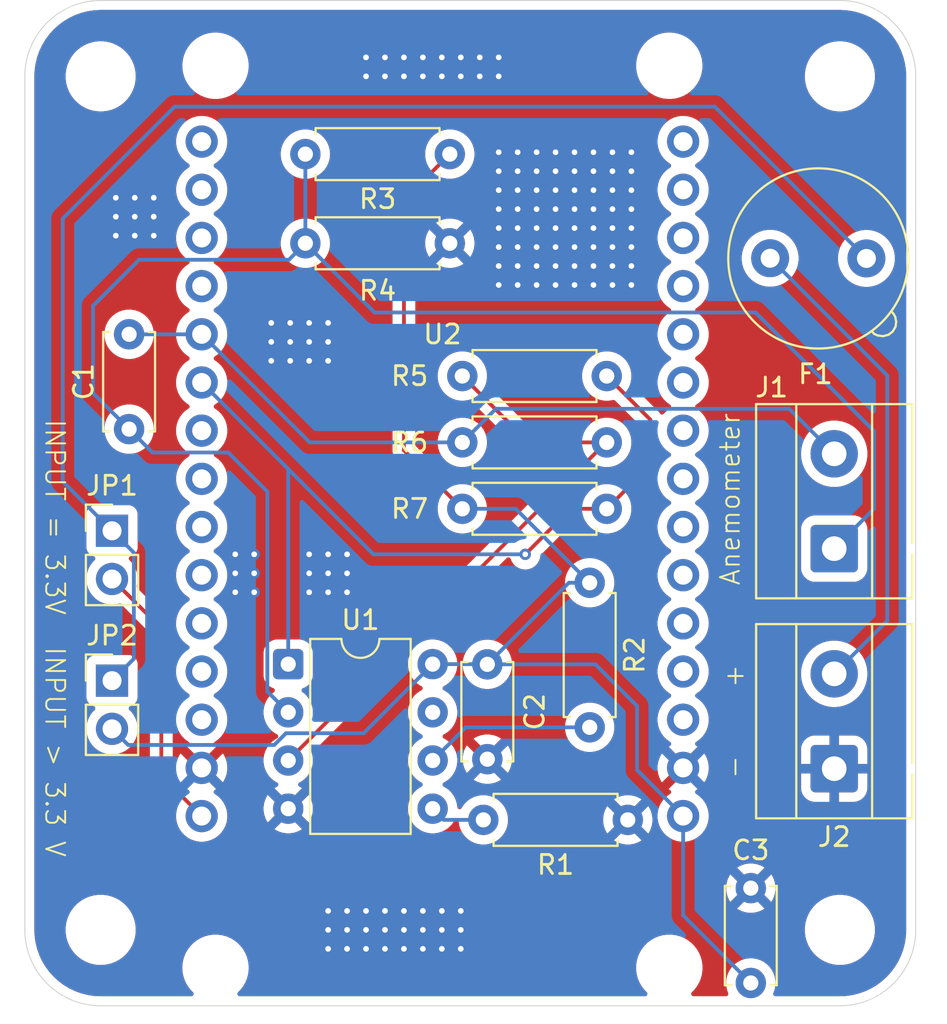
<source format=kicad_pcb>
(kicad_pcb (version 20241229) (generator "pcbnew") (generator_version "9.0")
  (layers (0 "F.Cu" signal) (2 "B.Cu" signal) (13 "F.Paste" user) (15 "B.Paste" user) (5 "F.SilkS" user "F.Silkscreen") (7 "B.SilkS" user "B.Silkscreen") (1 "F.Mask" user) (3 "B.Mask" user) (25 "Edge.Cuts" user))
  (net 0 "")
  (net 1 "VREF")
  (net 2 "SIGNAL_RAW")
  (net 3 "VCC")
  (net 4 "GND")
  (net 5 "VDC")
  (net 6 "Net-(J2-Pin_2)")
  (net 7 "Net-(JP1-B)")
  (net 8 "Net-(U1B-+)")
  (net 9 "Net-(U1B--)")
  (net 10 "V_STEER")
  (net 11 "SIGNAL_DIGITAL")
  (footprint "MountingHole:MountingHole_3.2mm_M3_ISO7380" (layer "F.Cu") (at 93 99)
    (property "Reference" "H3" (hide yes))
    (property "Value" "MountingHole")
    (pad "" np_thru_hole circle (at 0 0) (size 3.2 3.2) (drill 3.2) (layers "*.Cu" "*.Mask"))
  )
  (footprint "Resistor_THT:R_Axial_DIN0207_L6.3mm_D2.5mm_P7.62mm_Horizontal" (layer "F.Cu") (at 79.8 80.7 -90)
    (property "Reference" "R2" (at 3.81 -2.37 90) (layer "F.SilkS"))
    (property "Value" "10K")
    (fp_line (start 0.54 1.37) (end 7.08 1.37) (stroke (width 0.12)) (layer "F.SilkS"))
    (fp_line (start 7.08 1.37) (end 7.08 1.04) (stroke (width 0.12)) (layer "F.SilkS"))
    (fp_line (start 0.54 1.04) (end 0.54 1.37) (stroke (width 0.12)) (layer "F.SilkS"))
    (fp_line (start 0.54 -1.04) (end 0.54 -1.37) (stroke (width 0.12)) (layer "F.SilkS"))
    (fp_line (start 0.54 -1.37) (end 7.08 -1.37) (stroke (width 0.12)) (layer "F.SilkS"))
    (fp_line (start 7.08 -1.37) (end 7.08 -1.04) (stroke (width 0.12)) (layer "F.SilkS"))
    (pad "1" thru_hole circle (at 0 0 270) (size 1.6 1.6) (drill 0.8) (layers "*.Cu" "*.Mask") (net 3 "VCC"))
    (pad "2" thru_hole circle (at 7.62 0 270) (size 1.6 1.6) (drill 0.8) (layers "*.Cu" "*.Mask") (net 9 "Net-(U1B--)"))
  )
  (footprint "Capacitor_THT:C_Disc_D5.0mm_W2.5mm_P5.00mm" (layer "F.Cu") (at 88.3 101.8 90)
    (property "Reference" "C3" (at 7 0 180) (layer "F.SilkS"))
    (property "Value" "100n")
    (fp_line (start 5.12 -1.37) (end 5.12 -1.033) (stroke (width 0.12)) (layer "F.SilkS"))
    (fp_line (start -0.12 -1.37) (end 5.12 -1.37) (stroke (width 0.12)) (layer "F.SilkS"))
    (fp_line (start -0.12 -1.033) (end -0.12 -1.37) (stroke (width 0.12)) (layer "F.SilkS"))
    (fp_line (start 5.12 1.033) (end 5.12 1.37) (stroke (width 0.12)) (layer "F.SilkS"))
    (fp_line (start 5.12 1.37) (end -0.12 1.37) (stroke (width 0.12)) (layer "F.SilkS"))
    (fp_line (start -0.12 1.37) (end -0.12 1.033) (stroke (width 0.12)) (layer "F.SilkS"))
    (pad "1" thru_hole circle (at 0 0 90) (size 1.6 1.6) (drill 0.8) (layers "*.Cu" "*.Mask") (net 3 "VCC"))
    (pad "2" thru_hole circle (at 5 0 90) (size 1.6 1.6) (drill 0.8) (layers "*.Cu" "*.Mask") (net 4 "GND"))
  )
  (footprint "Resistor_THT:R_Axial_DIN0207_L6.3mm_D2.5mm_P7.62mm_Horizontal" (layer "F.Cu") (at 81.81 93.2 180)
    (property "Reference" "R1" (at 3.81 -2.37 0) (layer "F.SilkS"))
    (property "Value" "10K")
    (fp_line (start 7.08 1.37) (end 7.08 1.04) (stroke (width 0.12)) (layer "F.SilkS"))
    (fp_line (start 7.08 -1.37) (end 7.08 -1.04) (stroke (width 0.12)) (layer "F.SilkS"))
    (fp_line (start 0.54 1.37) (end 7.08 1.37) (stroke (width 0.12)) (layer "F.SilkS"))
    (fp_line (start 0.54 1.04) (end 0.54 1.37) (stroke (width 0.12)) (layer "F.SilkS"))
    (fp_line (start 0.54 -1.04) (end 0.54 -1.37) (stroke (width 0.12)) (layer "F.SilkS"))
    (fp_line (start 0.54 -1.37) (end 7.08 -1.37) (stroke (width 0.12)) (layer "F.SilkS"))
    (pad "1" thru_hole circle (at 0 0 180) (size 1.6 1.6) (drill 0.8) (layers "*.Cu" "*.Mask") (net 4 "GND"))
    (pad "2" thru_hole circle (at 7.62 0 180) (size 1.6 1.6) (drill 0.8) (layers "*.Cu" "*.Mask") (net 8 "Net-(U1B-+)"))
  )
  (footprint "Package_DIP:DIP-8_W7.62mm" (layer "F.Cu") (at 63.895 84.99)
    (property "Reference" "U1" (at 3.81 -2.33 0) (layer "F.SilkS"))
    (property "Value" "LM393")
    (fp_line (start 1.16 -1.33) (end 1.16 8.95) (stroke (width 0.12)) (layer "F.SilkS"))
    (fp_line (start 1.16 8.95) (end 6.46 8.95) (stroke (width 0.12)) (layer "F.SilkS"))
    (fp_line (start 2.81 -1.33) (end 1.16 -1.33) (stroke (width 0.12)) (layer "F.SilkS"))
    (fp_line (start 6.46 -1.33) (end 4.81 -1.33) (stroke (width 0.12)) (layer "F.SilkS"))
    (fp_line (start 6.46 8.95) (end 6.46 -1.33) (stroke (width 0.12)) (layer "F.SilkS"))
    (fp_arc (start 4.81 -1.33) (mid 3.81 -0.33) (end 2.81 -1.33) (stroke (width 0.12)) (layer "F.SilkS"))
    (pad "1" thru_hole roundrect (at 0 0) (size 1.6 1.6) (drill 0.8) (layers "*.Cu" "*.Mask") (roundrect_rratio 0.15625) (net 11 "SIGNAL_DIGITAL"))
    (pad "2" thru_hole circle (at 0 2.54) (size 1.6 1.6) (drill 0.8) (layers "*.Cu" "*.Mask") (net 1 "VREF"))
    (pad "3" thru_hole circle (at 0 5.08) (size 1.6 1.6) (drill 0.8) (layers "*.Cu" "*.Mask") (net 10 "V_STEER"))
    (pad "4" thru_hole circle (at 0 7.62) (size 1.6 1.6) (drill 0.8) (layers "*.Cu" "*.Mask") (net 4 "GND"))
    (pad "5" thru_hole circle (at 7.62 7.62) (size 1.6 1.6) (drill 0.8) (layers "*.Cu" "*.Mask") (net 8 "Net-(U1B-+)"))
    (pad "6" thru_hole circle (at 7.62 5.08) (size 1.6 1.6) (drill 0.8) (layers "*.Cu" "*.Mask") (net 9 "Net-(U1B--)"))
    (pad "7" thru_hole circle (at 7.62 2.54) (size 1.6 1.6) (drill 0.8) (layers "*.Cu" "*.Mask"))
    (pad "8" thru_hole circle (at 7.62 0) (size 1.6 1.6) (drill 0.8) (layers "*.Cu" "*.Mask") (net 3 "VCC"))
  )
  (footprint "MountingHole:MountingHole_3.2mm_M3_ISO7380" (layer "F.Cu") (at 54 99)
    (property "Reference" "H4" (hide yes))
    (property "Value" "MountingHole")
    (pad "" np_thru_hole circle (at 0 0) (size 3.2 3.2) (drill 3.2) (layers "*.Cu" "*.Mask"))
  )
  (footprint "MountingHole:MountingHole_3.2mm_M3_ISO7380" (layer "F.Cu") (at 54 54)
    (property "Reference" "H1" (hide yes))
    (property "Value" "MountingHole")
    (pad "" np_thru_hole circle (at 0 0) (size 3.2 3.2) (drill 3.2) (layers "*.Cu" "*.Mask"))
  )
  (footprint "Connector_PinHeader_2.54mm:PinHeader_1x02_P2.54mm_Vertical" (layer "F.Cu") (at 54.6 77.96)
    (property "Reference" "JP1" (at 0 -2.38 0) (layer "F.SilkS"))
    (property "Value" "Jumper_2_Open")
    (fp_line (start -1.38 -1.38) (end 0 -1.38) (stroke (width 0.12)) (layer "F.SilkS"))
    (fp_line (start -1.38 0) (end -1.38 -1.38) (stroke (width 0.12)) (layer "F.SilkS"))
    (fp_line (start -1.38 1.27) (end -1.38 3.92) (stroke (width 0.12)) (layer "F.SilkS"))
    (fp_line (start -1.38 1.27) (end 1.38 1.27) (stroke (width 0.12)) (layer "F.SilkS"))
    (fp_line (start -1.38 3.92) (end 1.38 3.92) (stroke (width 0.12)) (layer "F.SilkS"))
    (fp_line (start 1.38 1.27) (end 1.38 3.92) (stroke (width 0.12)) (layer "F.SilkS"))
    (pad "1" thru_hole rect (at 0 0) (size 1.7 1.7) (drill 1) (layers "*.Cu" "*.Mask") (net 5 "VDC"))
    (pad "2" thru_hole circle (at 0 2.54) (size 1.7 1.7) (drill 1) (layers "*.Cu" "*.Mask") (net 7 "Net-(JP1-B)"))
  )
  (footprint "Capacitor_THT:C_Disc_D5.0mm_W2.5mm_P5.00mm" (layer "F.Cu") (at 55.5 67.6 -90)
    (property "Reference" "C1" (at 2.5 2.4 90) (layer "F.SilkS"))
    (property "Value" "1u")
    (fp_line (start -0.12 1.37) (end -0.12 1.033) (stroke (width 0.12)) (layer "F.SilkS"))
    (fp_line (start 5.12 1.37) (end -0.12 1.37) (stroke (width 0.12)) (layer "F.SilkS"))
    (fp_line (start 5.12 1.033) (end 5.12 1.37) (stroke (width 0.12)) (layer "F.SilkS"))
    (fp_line (start -0.12 -1.033) (end -0.12 -1.37) (stroke (width 0.12)) (layer "F.SilkS"))
    (fp_line (start -0.12 -1.37) (end 5.12 -1.37) (stroke (width 0.12)) (layer "F.SilkS"))
    (fp_line (start 5.12 -1.37) (end 5.12 -1.033) (stroke (width 0.12)) (layer "F.SilkS"))
    (pad "1" thru_hole circle (at 0 0 270) (size 1.6 1.6) (drill 0.8) (layers "*.Cu" "*.Mask") (net 2 "SIGNAL_RAW"))
    (pad "2" thru_hole circle (at 5 0 270) (size 1.6 1.6) (drill 0.8) (layers "*.Cu" "*.Mask") (net 1 "VREF"))
  )
  (footprint "Fuse:Fuseholder_TR5_Littelfuse_No560_No460" (layer "F.Cu") (at 89.32 63.59)
    (property "Reference" "F1" (at 2.39 6.11 0) (layer "F.SilkS"))
    (property "Value" "500mA")
    (fp_line (start 5.49 3.99) (end 5.36 3.84) (stroke (width 0.12)) (layer "F.SilkS"))
    (fp_line (start 5.67 4.07) (end 5.49 3.99) (stroke (width 0.12)) (layer "F.SilkS"))
    (fp_line (start 5.96 4.11) (end 5.67 4.07) (stroke (width 0.12)) (layer "F.SilkS"))
    (fp_line (start 6.25 4.03) (end 5.96 4.11) (stroke (width 0.12)) (layer "F.SilkS"))
    (fp_line (start 6.39 2.79) (end 6.51 2.93) (stroke (width 0.12)) (layer "F.SilkS"))
    (fp_line (start 6.47 3.86) (end 6.25 4.03) (stroke (width 0.12)) (layer "F.SilkS"))
    (fp_line (start 6.51 2.93) (end 6.6 3.09) (stroke (width 0.12)) (layer "F.SilkS"))
    (fp_line (start 6.6 3.09) (end 6.65 3.34) (stroke (width 0.12)) (layer "F.SilkS"))
    (fp_line (start 6.62 3.6) (end 6.47 3.86) (stroke (width 0.12)) (layer "F.SilkS"))
    (fp_line (start 6.65 3.34) (end 6.62 3.6) (stroke (width 0.12)) (layer "F.SilkS"))
    (fp_circle (center 2.54 0.01) (end 7.29 0.01) (stroke (width 0.12)) (fill no) (layer "F.SilkS"))
    (pad "1" thru_hole circle (at 0 0) (size 2 2) (drill 1) (layers "*.Cu" "*.Mask") (net 6 "Net-(J2-Pin_2)"))
    (pad "2" thru_hole circle (at 5.08 0.01) (size 2 2) (drill 1) (layers "*.Cu" "*.Mask") (net 5 "VDC"))
  )
  (footprint "Resistor_THT:R_Axial_DIN0207_L6.3mm_D2.5mm_P7.62mm_Horizontal" (layer "F.Cu") (at 73.08 76.8)
    (property "Reference" "R7" (at -2.78 0 0) (layer "F.SilkS"))
    (property "Value" "10K")
    (fp_line (start 0.54 -1.37) (end 7.08 -1.37) (stroke (width 0.12)) (layer "F.SilkS"))
    (fp_line (start 0.54 -1.04) (end 0.54 -1.37) (stroke (width 0.12)) (layer "F.SilkS"))
    (fp_line (start 0.54 1.04) (end 0.54 1.37) (stroke (width 0.12)) (layer "F.SilkS"))
    (fp_line (start 0.54 1.37) (end 7.08 1.37) (stroke (width 0.12)) (layer "F.SilkS"))
    (fp_line (start 7.08 -1.37) (end 7.08 -1.04) (stroke (width 0.12)) (layer "F.SilkS"))
    (fp_line (start 7.08 1.37) (end 7.08 1.04) (stroke (width 0.12)) (layer "F.SilkS"))
    (pad "1" thru_hole circle (at 0 0) (size 1.6 1.6) (drill 0.8) (layers "*.Cu" "*.Mask") (net 3 "VCC"))
    (pad "2" thru_hole circle (at 7.62 0) (size 1.6 1.6) (drill 0.8) (layers "*.Cu" "*.Mask") (net 11 "SIGNAL_DIGITAL"))
  )
  (footprint "Connector_PinHeader_2.54mm:PinHeader_1x02_P2.54mm_Vertical" (layer "F.Cu") (at 54.6 85.86)
    (property "Reference" "JP2" (at 0 -2.38 0) (layer "F.SilkS"))
    (property "Value" "Jumper_2_Open")
    (fp_line (start -1.38 -1.38) (end 0 -1.38) (stroke (width 0.12)) (layer "F.SilkS"))
    (fp_line (start -1.38 0) (end -1.38 -1.38) (stroke (width 0.12)) (layer "F.SilkS"))
    (fp_line (start -1.38 1.27) (end -1.38 3.92) (stroke (width 0.12)) (layer "F.SilkS"))
    (fp_line (start -1.38 1.27) (end 1.38 1.27) (stroke (width 0.12)) (layer "F.SilkS"))
    (fp_line (start -1.38 3.92) (end 1.38 3.92) (stroke (width 0.12)) (layer "F.SilkS"))
    (fp_line (start 1.38 1.27) (end 1.38 3.92) (stroke (width 0.12)) (layer "F.SilkS"))
    (pad "1" thru_hole rect (at 0 0) (size 1.7 1.7) (drill 1) (layers "*.Cu" "*.Mask") (net 5 "VDC"))
    (pad "2" thru_hole circle (at 0 2.54) (size 1.7 1.7) (drill 1) (layers "*.Cu" "*.Mask") (net 3 "VCC"))
  )
  (footprint "Resistor_THT:R_Axial_DIN0207_L6.3mm_D2.5mm_P7.62mm_Horizontal" (layer "F.Cu") (at 72.42 58.1 180)
    (property "Reference" "R3" (at 3.81 -2.37 0) (layer "F.SilkS"))
    (property "Value" "1K")
    (fp_line (start 7.08 1.37) (end 7.08 1.04) (stroke (width 0.12)) (layer "F.SilkS"))
    (fp_line (start 7.08 -1.37) (end 7.08 -1.04) (stroke (width 0.12)) (layer "F.SilkS"))
    (fp_line (start 0.54 1.37) (end 7.08 1.37) (stroke (width 0.12)) (layer "F.SilkS"))
    (fp_line (start 0.54 1.04) (end 0.54 1.37) (stroke (width 0.12)) (layer "F.SilkS"))
    (fp_line (start 0.54 -1.04) (end 0.54 -1.37) (stroke (width 0.12)) (layer "F.SilkS"))
    (fp_line (start 0.54 -1.37) (end 7.08 -1.37) (stroke (width 0.12)) (layer "F.SilkS"))
    (pad "1" thru_hole circle (at 0 0 180) (size 1.6 1.6) (drill 0.8) (layers "*.Cu" "*.Mask") (net 3 "VCC"))
    (pad "2" thru_hole circle (at 7.62 0 180) (size 1.6 1.6) (drill 0.8) (layers "*.Cu" "*.Mask") (net 1 "VREF"))
  )
  (footprint "Resistor_THT:R_Axial_DIN0207_L6.3mm_D2.5mm_P7.62mm_Horizontal" (layer "F.Cu") (at 73.08 73.3)
    (property "Reference" "R6" (at -2.78 0 0) (layer "F.SilkS"))
    (property "Value" "330")
    (fp_line (start 0.54 -1.37) (end 7.08 -1.37) (stroke (width 0.12)) (layer "F.SilkS"))
    (fp_line (start 0.54 -1.04) (end 0.54 -1.37) (stroke (width 0.12)) (layer "F.SilkS"))
    (fp_line (start 0.54 1.04) (end 0.54 1.37) (stroke (width 0.12)) (layer "F.SilkS"))
    (fp_line (start 0.54 1.37) (end 7.08 1.37) (stroke (width 0.12)) (layer "F.SilkS"))
    (fp_line (start 7.08 -1.37) (end 7.08 -1.04) (stroke (width 0.12)) (layer "F.SilkS"))
    (fp_line (start 7.08 1.37) (end 7.08 1.04) (stroke (width 0.12)) (layer "F.SilkS"))
    (pad "1" thru_hole circle (at 0 0) (size 1.6 1.6) (drill 0.8) (layers "*.Cu" "*.Mask") (net 2 "SIGNAL_RAW"))
    (pad "2" thru_hole circle (at 7.62 0) (size 1.6 1.6) (drill 0.8) (layers "*.Cu" "*.Mask") (net 10 "V_STEER"))
  )
  (footprint "JS_Local:ESP32_DEVKITV1" (layer "F.Cu") (at 59.33 57.44)
    (property "Reference" "U2" (at 12.7 10.16 0) (layer "F.SilkS"))
    (property "Value" "ESP32_DEVCITV1")
    (pad "" np_thru_hole circle (at 0.73 -4) (size 3 3) (drill 3) (layers "*.Cu" "*.Mask"))
    (pad "" np_thru_hole circle (at 0.73 43.56) (size 3 3) (drill 3) (layers "*.Cu" "*.Mask"))
    (pad "" np_thru_hole circle (at 24.67 -4) (size 3 3) (drill 3) (layers "*.Cu" "*.Mask"))
    (pad "" np_thru_hole circle (at 24.67 43.56) (size 3 3) (drill 3) (layers "*.Cu" "*.Mask"))
    (pad "1" thru_hole circle (at 0 0) (size 1.7 1.7) (drill 1) (layers "*.Cu" "*.Mask"))
    (pad "2" thru_hole circle (at 0 2.54) (size 1.7 1.7) (drill 1) (layers "*.Cu" "*.Mask"))
    (pad "3" thru_hole circle (at 0 5.08) (size 1.7 1.7) (drill 1) (layers "*.Cu" "*.Mask"))
    (pad "4" thru_hole circle (at 0 7.62) (size 1.7 1.7) (drill 1) (layers "*.Cu" "*.Mask"))
    (pad "5" thru_hole circle (at 0 10.16) (size 1.7 1.7) (drill 1) (layers "*.Cu" "*.Mask") (net 2 "SIGNAL_RAW"))
    (pad "6" thru_hole circle (at 0 12.7) (size 1.7 1.7) (drill 1) (layers "*.Cu" "*.Mask") (net 11 "SIGNAL_DIGITAL"))
    (pad "7" thru_hole circle (at 0 15.24) (size 1.7 1.7) (drill 1) (layers "*.Cu" "*.Mask"))
    (pad "8" thru_hole circle (at 0 17.78) (size 1.7 1.7) (drill 1) (layers "*.Cu" "*.Mask"))
    (pad "9" thru_hole circle (at 0 20.32) (size 1.7 1.7) (drill 1) (layers "*.Cu" "*.Mask"))
    (pad "10" thru_hole circle (at 0 22.86) (size 1.7 1.7) (drill 1) (layers "*.Cu" "*.Mask"))
    (pad "11" thru_hole circle (at 0 25.4) (size 1.7 1.7) (drill 1) (layers "*.Cu" "*.Mask"))
    (pad "12" thru_hole circle (at 0 27.94) (size 1.7 1.7) (drill 1) (layers "*.Cu" "*.Mask"))
    (pad "13" thru_hole circle (at 0 30.48) (size 1.7 1.7) (drill 1) (layers "*.Cu" "*.Mask"))
    (pad "14" thru_hole circle (at 0 33.02) (size 1.7 1.7) (drill 1) (layers "*.Cu" "*.Mask") (net 4 "GND"))
    (pad "15" thru_hole circle (at 0 35.56) (size 1.7 1.7) (drill 1) (layers "*.Cu" "*.Mask") (net 7 "Net-(JP1-B)"))
    (pad "16" thru_hole circle (at 25.4 0) (size 1.7 1.7) (drill 1) (layers "*.Cu" "*.Mask"))
    (pad "17" thru_hole circle (at 25.4 2.54) (size 1.7 1.7) (drill 1) (layers "*.Cu" "*.Mask"))
    (pad "18" thru_hole circle (at 25.4 5.08) (size 1.7 1.7) (drill 1) (layers "*.Cu" "*.Mask"))
    (pad "19" thru_hole circle (at 25.4 7.62) (size 1.7 1.7) (drill 1) (layers "*.Cu" "*.Mask"))
    (pad "20" thru_hole circle (at 25.4 10.16) (size 1.7 1.7) (drill 1) (layers "*.Cu" "*.Mask"))
    (pad "21" thru_hole circle (at 25.4 12.7) (size 1.7 1.7) (drill 1) (layers "*.Cu" "*.Mask"))
    (pad "22" thru_hole circle (at 25.4 15.24) (size 1.7 1.7) (drill 1) (layers "*.Cu" "*.Mask"))
    (pad "23" thru_hole circle (at 25.4 17.78) (size 1.7 1.7) (drill 1) (layers "*.Cu" "*.Mask"))
    (pad "24" thru_hole circle (at 25.4 20.32) (size 1.7 1.7) (drill 1) (layers "*.Cu" "*.Mask"))
    (pad "25" thru_hole circle (at 25.4 22.86) (size 1.7 1.7) (drill 1) (layers "*.Cu" "*.Mask"))
    (pad "26" thru_hole circle (at 25.4 25.4) (size 1.7 1.7) (drill 1) (layers "*.Cu" "*.Mask"))
    (pad "27" thru_hole circle (at 25.4 27.94) (size 1.7 1.7) (drill 1) (layers "*.Cu" "*.Mask"))
    (pad "28" thru_hole circle (at 25.4 30.48) (size 1.7 1.7) (drill 1) (layers "*.Cu" "*.Mask"))
    (pad "29" thru_hole circle (at 25.4 33.02) (size 1.7 1.7) (drill 1) (layers "*.Cu" "*.Mask") (net 4 "GND"))
    (pad "30" thru_hole circle (at 25.4 35.56) (size 1.7 1.7) (drill 1) (layers "*.Cu" "*.Mask") (net 3 "VCC"))
  )
  (footprint "Resistor_THT:R_Axial_DIN0207_L6.3mm_D2.5mm_P7.62mm_Horizontal" (layer "F.Cu") (at 64.8 62.8)
    (property "Reference" "R4" (at 3.81 2.5 0) (layer "F.SilkS"))
    (property "Value" "1K")
    (fp_line (start 0.54 -1.37) (end 7.08 -1.37) (stroke (width 0.12)) (layer "F.SilkS"))
    (fp_line (start 0.54 -1.04) (end 0.54 -1.37) (stroke (width 0.12)) (layer "F.SilkS"))
    (fp_line (start 0.54 1.04) (end 0.54 1.37) (stroke (width 0.12)) (layer "F.SilkS"))
    (fp_line (start 0.54 1.37) (end 7.08 1.37) (stroke (width 0.12)) (layer "F.SilkS"))
    (fp_line (start 7.08 -1.37) (end 7.08 -1.04) (stroke (width 0.12)) (layer "F.SilkS"))
    (fp_line (start 7.08 1.37) (end 7.08 1.04) (stroke (width 0.12)) (layer "F.SilkS"))
    (pad "1" thru_hole circle (at 0 0) (size 1.6 1.6) (drill 0.8) (layers "*.Cu" "*.Mask") (net 1 "VREF"))
    (pad "2" thru_hole circle (at 7.62 0) (size 1.6 1.6) (drill 0.8) (layers "*.Cu" "*.Mask") (net 4 "GND"))
  )
  (footprint "TerminalBlock_MetzConnect:TerminalBlock_MetzConnect_Type055_RT01502HDWU_1x02_P5.00mm_Horizontal" (layer "F.Cu") (at 92.7 78.9 90)
    (property "Reference" "J1" (at 8.5 -3.3 180) (layer "F.SilkS"))
    (property "Value" "Screw_Terminal_01x02")
    (fp_line (start 7.62 -4.12) (end 7.62 4.12) (stroke (width 0.12)) (layer "F.SilkS"))
    (fp_line (start -2.62 -4.12) (end 7.62 -4.12) (stroke (width 0.12)) (layer "F.SilkS"))
    (fp_line (start -2.62 -2) (end 7.62 -2) (stroke (width 0.12)) (layer "F.SilkS"))
    (fp_line (start -2.62 2) (end 7.62 2) (stroke (width 0.12)) (layer "F.SilkS"))
    (fp_line (start 7.62 4.12) (end 0.3 4.12) (stroke (width 0.12)) (layer "F.SilkS"))
    (fp_line (start -0.3 4.12) (end -2.62 4.12) (stroke (width 0.12)) (layer "F.SilkS"))
    (fp_line (start -2.62 4.12) (end -2.62 -4.12) (stroke (width 0.12)) (layer "F.SilkS"))
    (pad "1" thru_hole roundrect (at 0 0 90) (size 2.5 2.5) (drill 1.3) (layers "*.Cu" "*.Mask") (roundrect_rratio 0.1) (net 1 "VREF"))
    (pad "2" thru_hole circle (at 5 0 90) (size 2.5 2.5) (drill 1.3) (layers "*.Cu" "*.Mask") (net 2 "SIGNAL_RAW"))
  )
  (footprint "Capacitor_THT:C_Disc_D5.0mm_W2.5mm_P5.00mm" (layer "F.Cu") (at 74.4 85 -90)
    (property "Reference" "C2" (at 2.5 -2.5 90) (layer "F.SilkS"))
    (property "Value" "100n")
    (fp_line (start -0.12 1.37) (end -0.12 1.033) (stroke (width 0.12)) (layer "F.SilkS"))
    (fp_line (start 5.12 1.37) (end -0.12 1.37) (stroke (width 0.12)) (layer "F.SilkS"))
    (fp_line (start 5.12 1.033) (end 5.12 1.37) (stroke (width 0.12)) (layer "F.SilkS"))
    (fp_line (start -0.12 -1.033) (end -0.12 -1.37) (stroke (width 0.12)) (layer "F.SilkS"))
    (fp_line (start -0.12 -1.37) (end 5.12 -1.37) (stroke (width 0.12)) (layer "F.SilkS"))
    (fp_line (start 5.12 -1.37) (end 5.12 -1.033) (stroke (width 0.12)) (layer "F.SilkS"))
    (pad "1" thru_hole circle (at 0 0 270) (size 1.6 1.6) (drill 0.8) (layers "*.Cu" "*.Mask") (net 3 "VCC"))
    (pad "2" thru_hole circle (at 5 0 270) (size 1.6 1.6) (drill 0.8) (layers "*.Cu" "*.Mask") (net 4 "GND"))
  )
  (footprint "MountingHole:MountingHole_3.2mm_M3_ISO7380" (layer "F.Cu") (at 93 54)
    (property "Reference" "H2" (hide yes))
    (property "Value" "MountingHole")
    (pad "" np_thru_hole circle (at 0 0) (size 3.2 3.2) (drill 3.2) (layers "*.Cu" "*.Mask"))
  )
  (footprint "TerminalBlock_MetzConnect:TerminalBlock_MetzConnect_Type055_RT01502HDWU_1x02_P5.00mm_Horizontal" (layer "F.Cu") (at 92.7 90.5 90)
    (property "Reference" "J2" (at -3.6 0 180) (layer "F.SilkS"))
    (property "Value" "Screw_Terminal_01x02")
    (fp_line (start 7.62 -4.12) (end 7.62 4.12) (stroke (width 0.12)) (layer "F.SilkS"))
    (fp_line (start -2.62 -4.12) (end 7.62 -4.12) (stroke (width 0.12)) (layer "F.SilkS"))
    (fp_line (start -2.62 -2) (end 7.62 -2) (stroke (width 0.12)) (layer "F.SilkS"))
    (fp_line (start -2.62 2) (end 7.62 2) (stroke (width 0.12)) (layer "F.SilkS"))
    (fp_line (start 7.62 4.12) (end 0.3 4.12) (stroke (width 0.12)) (layer "F.SilkS"))
    (fp_line (start -0.3 4.12) (end -2.62 4.12) (stroke (width 0.12)) (layer "F.SilkS"))
    (fp_line (start -2.62 4.12) (end -2.62 -4.12) (stroke (width 0.12)) (layer "F.SilkS"))
    (pad "1" thru_hole roundrect (at 0 0 90) (size 2.5 2.5) (drill 1.3) (layers "*.Cu" "*.Mask") (roundrect_rratio 0.1) (net 4 "GND"))
    (pad "2" thru_hole circle (at 5 0 90) (size 2.5 2.5) (drill 1.3) (layers "*.Cu" "*.Mask") (net 6 "Net-(J2-Pin_2)"))
  )
  (footprint "Resistor_THT:R_Axial_DIN0207_L6.3mm_D2.5mm_P7.62mm_Horizontal" (layer "F.Cu") (at 73.08 69.8)
    (property "Reference" "R5" (at -2.78 0 0) (layer "F.SilkS"))
    (property "Value" "39K")
    (fp_line (start 0.54 -1.37) (end 7.08 -1.37) (stroke (width 0.12)) (layer "F.SilkS"))
    (fp_line (start 0.54 -1.04) (end 0.54 -1.37) (stroke (width 0.12)) (layer "F.SilkS"))
    (fp_line (start 0.54 1.04) (end 0.54 1.37) (stroke (width 0.12)) (layer "F.SilkS"))
    (fp_line (start 0.54 1.37) (end 7.08 1.37) (stroke (width 0.12)) (layer "F.SilkS"))
    (fp_line (start 7.08 -1.37) (end 7.08 -1.04) (stroke (width 0.12)) (layer "F.SilkS"))
    (fp_line (start 7.08 1.37) (end 7.08 1.04) (stroke (width 0.12)) (layer "F.SilkS"))
    (pad "1" thru_hole circle (at 0 0) (size 1.6 1.6) (drill 0.8) (layers "*.Cu" "*.Mask") (net 10 "V_STEER"))
    (pad "2" thru_hole circle (at 7.62 0) (size 1.6 1.6) (drill 0.8) (layers "*.Cu" "*.Mask") (net 11 "SIGNAL_DIGITAL"))
  )
  (gr_arc (start 97 99) (mid 95.828427 101.828427) (end 93 103) (stroke (width 0.05)) (layer "Edge.Cuts"))
  (gr_line (start 97 54) (end 97 99) (stroke (width 0.05)) (layer "Edge.Cuts"))
  (gr_arc (start 54 103) (mid 51.171573 101.828427) (end 50 99) (stroke (width 0.05)) (layer "Edge.Cuts"))
  (gr_arc (start 50 54) (mid 51.171573 51.171573) (end 54 50) (stroke (width 0.05)) (layer "Edge.Cuts"))
  (gr_line (start 93 103) (end 54 103) (stroke (width 0.05)) (layer "Edge.Cuts"))
  (gr_line (start 54 50) (end 93 50) (stroke (width 0.05)) (layer "Edge.Cuts"))
  (gr_arc (start 93 50) (mid 95.828427 51.171573) (end 97 54) (stroke (width 0.05)) (layer "Edge.Cuts"))
  (gr_line (start 50 99) (end 50 54) (stroke (width 0.05)) (layer "Edge.Cuts"))
  (gr_text "INPUT > 3.3 V" (at 51 84 270) (layer "F.SilkS") (effects (font (size 1 1) (thickness 0.1)) (justify left bottom)))
  (gr_text "+" (at 88 86.3 90) (layer "F.SilkS") (effects (font (size 1 1) (thickness 0.1)) (justify left bottom)))
  (gr_text "-" (at 88 91.1 90) (layer "F.SilkS") (effects (font (size 1 1) (thickness 0.1)) (justify left bottom)))
  (gr_text "Anemometer" (at 87.8 80.9 90) (layer "F.SilkS") (effects (font (size 1 1) (thickness 0.1)) (justify left bottom)))
  (gr_text "INPUT = 3.3V" (at 51 72 270) (layer "F.SilkS") (effects (font (size 1 1) (thickness 0.1)) (justify left bottom)))
  (segment (start 63.929 63.671) (end 56.029 63.671) (width 0.2) (layer "B.Cu") (net 1))
  (segment (start 53.6 70.7) (end 55.5 72.6) (width 0.2) (layer "B.Cu") (net 1))
  (segment (start 92.7 78.9) (end 94.8 76.8) (width 0.2) (layer "B.Cu") (net 1))
  (segment (start 88.549 66.449) (end 68.449 66.449) (width 0.2) (layer "B.Cu") (net 1))
  (segment (start 68.449 66.449) (end 64.8 62.8) (width 0.2) (layer "B.Cu") (net 1))
  (segment (start 56.029 63.671) (end 53.6 66.1) (width 0.2) (layer "B.Cu") (net 1))
  (segment (start 94.8 72.7) (end 88.549 66.449) (width 0.2) (layer "B.Cu") (net 1))
  (segment (start 55.5 72.6) (end 56.731 73.831) (width 0.2) (layer "B.Cu") (net 1))
  (segment (start 62.794 86.429) (end 63.895 87.53) (width 0.2) (layer "B.Cu") (net 1))
  (segment (start 53.6 66.1) (end 53.6 70.7) (width 0.2) (layer "B.Cu") (net 1))
  (segment (start 62.794 75.894) (end 62.794 86.429) (width 0.2) (layer "B.Cu") (net 1))
  (segment (start 64.8 62.8) (end 63.929 63.671) (width 0.2) (layer "B.Cu") (net 1))
  (segment (start 64.8 62.8) (end 64.8 58.1) (width 0.2) (layer "B.Cu") (net 1))
  (segment (start 94.8 76.8) (end 94.8 72.7) (width 0.2) (layer "B.Cu") (net 1))
  (segment (start 60.731 73.831) (end 62.794 75.894) (width 0.2) (layer "B.Cu") (net 1))
  (segment (start 56.731 73.831) (end 60.731 73.831) (width 0.2) (layer "B.Cu") (net 1))
  (segment (start 55.5 67.6) (end 59.33 67.6) (width 0.2) (layer "B.Cu") (net 2))
  (segment (start 73.08 73.3) (end 65.03 73.3) (width 0.2) (layer "B.Cu") (net 2))
  (segment (start 74.851 71.529) (end 90.329 71.529) (width 0.2) (layer "B.Cu") (net 2))
  (segment (start 73.08 73.3) (end 74.851 71.529) (width 0.2) (layer "B.Cu") (net 2))
  (segment (start 90.329 71.529) (end 92.7 73.9) (width 0.2) (layer "B.Cu") (net 2))
  (segment (start 65.03 73.3) (end 59.33 67.6) (width 0.2) (layer "B.Cu") (net 2))
  (segment (start 70 73.72) (end 70 60.52) (width 0.2) (layer "F.Cu") (net 3))
  (segment (start 70 60.52) (end 72.42 58.1) (width 0.2) (layer "F.Cu") (net 3))
  (segment (start 73.08 76.8) (end 70 73.72) (width 0.2) (layer "F.Cu") (net 3))
  (segment (start 63.15795 89.25) (end 63.77695 88.631) (width 0.2) (layer "B.Cu") (net 3))
  (segment (start 84.73 98.23) (end 84.73 93) (width 0.2) (layer "B.Cu") (net 3))
  (segment (start 82.3 87.2) (end 82.3 90.57) (width 0.2) (layer "B.Cu") (net 3))
  (segment (start 67.874 88.631) (end 71.515 84.99) (width 0.2) (layer "B.Cu") (net 3))
  (segment (start 55.45 89.25) (end 63.15795 89.25) (width 0.2) (layer "B.Cu") (net 3))
  (segment (start 78.7 80.7) (end 79.8 80.7) (width 0.2) (layer "B.Cu") (net 3))
  (segment (start 88.3 101.8) (end 84.73 98.23) (width 0.2) (layer "B.Cu") (net 3))
  (segment (start 75.9 76.8) (end 79.8 80.7) (width 0.2) (layer "B.Cu") (net 3))
  (segment (start 54.6 88.4) (end 55.45 89.25) (width 0.2) (layer "B.Cu") (net 3))
  (segment (start 71.515 84.99) (end 74.39 84.99) (width 0.2) (layer "B.Cu") (net 3))
  (segment (start 63.77695 88.631) (end 67.874 88.631) (width 0.2) (layer "B.Cu") (net 3))
  (segment (start 82.3 90.57) (end 84.73 93) (width 0.2) (layer "B.Cu") (net 3))
  (segment (start 80.1 85) (end 82.3 87.2) (width 0.2) (layer "B.Cu") (net 3))
  (segment (start 73.08 76.8) (end 75.9 76.8) (width 0.2) (layer "B.Cu") (net 3))
  (segment (start 74.4 85) (end 78.7 80.7) (width 0.2) (layer "B.Cu") (net 3))
  (segment (start 74.39 84.99) (end 74.4 85) (width 0.2) (layer "B.Cu") (net 3))
  (segment (start 74.4 85) (end 80.1 85) (width 0.2) (layer "B.Cu") (net 3))
  (via (at 69 54) (size 0.6) (drill 0.3) (layers "F.Cu" "B.Cu") (net 4))
  (via (at 74 53) (size 0.6) (drill 0.3) (layers "F.Cu" "B.Cu") (net 4))
  (via (at 62.1 80.2) (size 0.6) (drill 0.3) (layers "F.Cu" "B.Cu") (net 4))
  (via (at 76 63) (size 0.6) (drill 0.3) (layers "F.Cu" "B.Cu") (net 4))
  (via (at 80 62) (size 0.6) (drill 0.3) (layers "F.Cu" "B.Cu") (net 4))
  (via (at 80 58) (size 0.6) (drill 0.3) (layers "F.Cu" "B.Cu") (net 4))
  (via (at 82 60) (size 0.6) (drill 0.3) (layers "F.Cu" "B.Cu") (net 4))
  (via (at 79 59) (size 0.6) (drill 0.3) (layers "F.Cu" "B.Cu") (net 4))
  (via (at 72 53) (size 0.6) (drill 0.3) (layers "F.Cu" "B.Cu") (net 4))
  (via (at 76 59) (size 0.6) (drill 0.3) (layers "F.Cu" "B.Cu") (net 4))
  (via (at 81 59) (size 0.6) (drill 0.3) (layers "F.Cu" "B.Cu") (net 4))
  (via (at 79 61) (size 0.6) (drill 0.3) (layers "F.Cu" "B.Cu") (net 4))
  (via (at 65 67) (size 0.6) (drill 0.3) (layers "F.Cu" "B.Cu") (net 4))
  (via (at 73 99) (size 0.6) (drill 0.3) (layers "F.Cu" "B.Cu") (net 4))
  (via (at 73 54) (size 0.6) (drill 0.3) (layers "F.Cu" "B.Cu") (net 4))
  (via (at 66 98) (size 0.6) (drill 0.3) (layers "F.Cu" "B.Cu") (net 4))
  (via (at 67 98) (size 0.6) (drill 0.3) (layers "F.Cu" "B.Cu") (net 4))
  (via (at 72 99) (size 0.6) (drill 0.3) (layers "F.Cu" "B.Cu") (net 4))
  (via (at 82 65) (size 0.6) (drill 0.3) (layers "F.Cu" "B.Cu") (net 4))
  (via (at 80 59) (size 0.6) (drill 0.3) (layers "F.Cu" "B.Cu") (net 4))
  (via (at 55.8 60.4) (size 0.6) (drill 0.3) (layers "F.Cu" "B.Cu") (net 4))
  (via (at 63 69) (size 0.6) (drill 0.3) (layers "F.Cu" "B.Cu") (net 4))
  (via (at 79 65) (size 0.6) (drill 0.3) (layers "F.Cu" "B.Cu") (net 4))
  (via (at 75 54) (size 0.6) (drill 0.3) (layers "F.Cu" "B.Cu") (net 4))
  (via (at 75 61) (size 0.6) (drill 0.3) (layers "F.Cu" "B.Cu") (net 4))
  (via (at 55.8 62.4) (size 0.6) (drill 0.3) (layers "F.Cu" "B.Cu") (net 4))
  (via (at 64 69) (size 0.6) (drill 0.3) (layers "F.Cu" "B.Cu") (net 4))
  (via (at 69 100) (size 0.6) (drill 0.3) (layers "F.Cu" "B.Cu") (net 4))
  (via (at 73 98) (size 0.6) (drill 0.3) (layers "F.Cu" "B.Cu") (net 4))
  (via (at 81 65) (size 0.6) (drill 0.3) (layers "F.Cu" "B.Cu") (net 4))
  (via (at 78 62) (size 0.6) (drill 0.3) (layers "F.Cu" "B.Cu") (net 4))
  (via (at 81 61) (size 0.6) (drill 0.3) (layers "F.Cu" "B.Cu") (net 4))
  (via (at 61.1 81.2) (size 0.6) (drill 0.3) (layers "F.Cu" "B.Cu") (net 4))
  (via (at 77 62) (size 0.6) (drill 0.3) (layers "F.Cu" "B.Cu") (net 4))
  (via (at 78 65) (size 0.6) (drill 0.3) (layers "F.Cu" "B.Cu") (net 4))
  (via (at 69 53) (size 0.6) (drill 0.3) (layers "F.Cu" "B.Cu") (net 4))
  (via (at 54.8 62.4) (size 0.6) (drill 0.3) (layers "F.Cu" "B.Cu") (net 4))
  (via (at 78 61) (size 0.6) (drill 0.3) (layers "F.Cu" "B.Cu") (net 4))
  (via (at 75 60) (size 0.6) (drill 0.3) (layers "F.Cu" "B.Cu") (net 4))
  (via (at 67 79.2) (size 0.6) (drill 0.3) (layers "F.Cu" "B.Cu") (net 4))
  (via (at 78 59) (size 0.6) (drill 0.3) (layers "F.Cu" "B.Cu") (net 4))
  (via (at 80 63) (size 0.6) (drill 0.3) (layers "F.Cu" "B.Cu") (net 4))
  (via (at 79 60) (size 0.6) (drill 0.3) (layers "F.Cu" "B.Cu") (net 4))
  (via (at 68 53) (size 0.6) (drill 0.3) (layers "F.Cu" "B.Cu") (net 4))
  (via (at 71 98) (size 0.6) (drill 0.3) (layers "F.Cu" "B.Cu") (net 4))
  (via (at 74 54) (size 0.6) (drill 0.3) (layers "F.Cu" "B.Cu") (net 4))
  (via (at 55.8 61.4) (size 0.6) (drill 0.3) (layers "F.Cu" "B.Cu") (net 4))
  (via (at 78 63) (size 0.6) (drill 0.3) (layers "F.Cu" "B.Cu") (net 4))
  (via (at 75 63) (size 0.6) (drill 0.3) (layers "F.Cu" "B.Cu") (net 4))
  (via (at 56.8 60.4) (size 0.6) (drill 0.3) (layers "F.Cu" "B.Cu") (net 4))
  (via (at 71 100) (size 0.6) (drill 0.3) (layers "F.Cu" "B.Cu") (net 4))
  (via (at 76 64) (size 0.6) (drill 0.3) (layers "F.Cu" "B.Cu") (net 4))
  (via (at 67 80.2) (size 0.6) (drill 0.3) (layers "F.Cu" "B.Cu") (net 4))
  (via (at 75 58) (size 0.6) (drill 0.3) (layers "F.Cu" "B.Cu") (net 4))
  (via (at 73 53) (size 0.6) (drill 0.3) (layers "F.Cu" "B.Cu") (net 4))
  (via (at 66 80.2) (size 0.6) (drill 0.3) (layers "F.Cu" "B.Cu") (net 4))
  (via (at 66 99) (size 0.6) (drill 0.3) (layers "F.Cu" "B.Cu") (net 4))
  (via (at 80 60) (size 0.6) (drill 0.3) (layers "F.Cu" "B.Cu") (net 4))
  (via (at 75 62) (size 0.6) (drill 0.3) (layers "F.Cu" "B.Cu") (net 4))
  (via (at 67 99) (size 0.6) (drill 0.3) (layers "F.Cu" "B.Cu") (net 4))
  (via (at 70 100) (size 0.6) (drill 0.3) (layers "F.Cu" "B.Cu") (net 4))
  (via (at 54.8 60.4) (size 0.6) (drill 0.3) (layers "F.Cu" "B.Cu") (net 4))
  (via (at 67 81.2) (size 0.6) (drill 0.3) (layers "F.Cu" "B.Cu") (net 4))
  (via (at 66 67) (size 0.6) (drill 0.3) (layers "F.Cu" "B.Cu") (net 4))
  (via (at 65 79.2) (size 0.6) (drill 0.3) (layers "F.Cu" "B.Cu") (net 4))
  (via (at 82 59) (size 0.6) (drill 0.3) (layers "F.Cu" "B.Cu") (net 4))
  (via (at 65 68) (size 0.6) (drill 0.3) (layers "F.Cu" "B.Cu") (net 4))
  (via (at 76 61) (size 0.6) (drill 0.3) (layers "F.Cu" "B.Cu") (net 4))
  (via (at 62.1 79.2) (size 0.6) (drill 0.3) (layers "F.Cu" "B.Cu") (net 4))
  (via (at 78 60) (size 0.6) (drill 0.3) (layers "F.Cu" "B.Cu") (net 4))
  (via (at 68 54) (size 0.6) (drill 0.3) (layers "F.Cu" "B.Cu") (net 4))
  (via (at 79 62) (size 0.6) (drill 0.3) (layers "F.Cu" "B.Cu") (net 4))
  (via (at 66 69) (size 0.6) (drill 0.3) (layers "F.Cu" "B.Cu") (net 4))
  (via (at 67 100) (size 0.6) (drill 0.3) (layers "F.Cu" "B.Cu") (net 4))
  (via (at 82 63) (size 0.6) (drill 0.3) (layers "F.Cu" "B.Cu") (net 4))
  (via (at 77 60) (size 0.6) (drill 0.3) (layers "F.Cu" "B.Cu") (net 4))
  (via (at 71 99) (size 0.6) (drill 0.3) (layers "F.Cu" "B.Cu") (net 4))
  (via (at 56.8 62.4) (size 0.6) (drill 0.3) (layers "F.Cu" "B.Cu") (net 4))
  (via (at 82 61) (size 0.6) (drill 0.3) (layers "F.Cu" "B.Cu") (net 4))
  (via (at 80 65) (size 0.6) (drill 0.3) (layers "F.Cu" "B.Cu") (net 4))
  (via (at 66 79.2) (size 0.6) (drill 0.3) (layers "F.Cu" "B.Cu") (net 4))
  (via (at 68 98) (size 0.6) (drill 0.3) (layers "F.Cu" "B.Cu") (net 4))
  (via (at 65 69) (size 0.6) (drill 0.3) (layers "F.Cu" "B.Cu") (net 4))
  (via (at 64 68) (size 0.6) (drill 0.3) (layers "F.Cu" "B.Cu") (net 4))
  (via (at 77 63) (size 0.6) (drill 0.3) (layers "F.Cu" "B.Cu") (net 4))
  (via (at 76 60) (size 0.6) (drill 0.3) (layers "F.Cu" "B.Cu") (net 4))
  (via (at 69 98) (size 0.6) (drill 0.3) (layers "F.Cu" "B.Cu") (net 4))
  (via (at 71 53) (size 0.6) (drill 0.3) (layers "F.Cu" "B.Cu") (net 4))
  (via (at 76 62) (size 0.6) (drill 0.3) (layers "F.Cu" "B.Cu") (net 4))
  (via (at 82 62) (size 0.6) (drill 0.3) (layers "F.Cu" "B.Cu") (net 4))
  (via (at 72 54) (size 0.6) (drill 0.3) (layers "F.Cu" "B.Cu") (net 4))
  (via (at 61.1 80.2) (size 0.6) (drill 0.3) (layers "F.Cu" "B.Cu") (net 4))
  (via (at 56.8 61.4) (size 0.6) (drill 0.3) (layers "F.Cu" "B.Cu") (net 4))
  (via (at 65 81.2) (size 0.6) (drill 0.3) (layers "F.Cu" "B.Cu") (net 4))
  (via (at 80 64) (size 0.6) (drill 0.3) (layers "F.Cu" "B.Cu") (net 4))
  (via (at 77 59) (size 0.6) (drill 0.3) (layers "F.Cu" "B.Cu") (net 4))
  (via (at 76 58) (size 0.6) (drill 0.3) (layers "F.Cu" "B.Cu") (net 4))
  (via (at 69 99) (size 0.6) (drill 0.3) (layers "F.Cu" "B.Cu") (net 4))
  (via (at 68 99) (size 0.6) (drill 0.3) (layers "F.Cu" "B.Cu") (net 4))
  (via (at 77 65) (size 0.6) (drill 0.3) (layers "F.Cu" "B.Cu") (net 4))
  (via (at 64 67) (size 0.6) (drill 0.3) (layers "F.Cu" "B.Cu") (net 4))
  (via (at 62.1 81.2) (size 0.6) (drill 0.3) (layers "F.Cu" "B.Cu") (net 4))
  (via (at 73 100) (size 0.6) (drill 0.3) (layers "F.Cu" "B.Cu") (net 4))
  (via (at 79 58) (size 0.6) (drill 0.3) (layers "F.Cu" "B.Cu") (net 4))
  (via (at 77 64) (size 0.6) (drill 0.3) (layers "F.Cu" "B.Cu") (net 4))
  (via (at 70 99) (size 0.6) (drill 0.3) (layers "F.Cu" "B.Cu") (net 4))
  (via (at 63 68) (size 0.6) (drill 0.3) (layers "F.Cu" "B.Cu") (net 4))
  (via (at 66 81.2) (size 0.6) (drill 0.3) (layers "F.Cu" "B.Cu") (net 4))
  (via (at 54.8 61.4) (size 0.6) (drill 0.3) (layers "F.Cu" "B.Cu") (net 4))
  (via (at 70 98) (size 0.6) (drill 0.3) (layers "F.Cu" "B.Cu") (net 4))
  (via (at 61.1 79.2) (size 0.6) (drill 0.3) (layers "F.Cu" "B.Cu") (net 4))
  (via (at 72 98) (size 0.6) (drill 0.3) (layers "F.Cu" "B.Cu") (net 4))
  (via (at 81 62) (size 0.6) (drill 0.3) (layers "F.Cu" "B.Cu") (net 4))
  (via (at 65 80.2) (size 0.6) (drill 0.3) (layers "F.Cu" "B.Cu") (net 4))
  (via (at 68 100) (size 0.6) (drill 0.3) (layers "F.Cu" "B.Cu") (net 4))
  (via (at 75 65) (size 0.6) (drill 0.3) (layers "F.Cu" "B.Cu") (net 4))
  (via (at 81 64) (size 0.6) (drill 0.3) (layers "F.Cu" "B.Cu") (net 4))
  (via (at 70 54) (size 0.6) (drill 0.3) (layers "F.Cu" "B.Cu") (net 4))
  (via (at 81 58) (size 0.6) (drill 0.3) (layers "F.Cu" "B.Cu") (net 4))
  (via (at 63 67) (size 0.6) (drill 0.3) (layers "F.Cu" "B.Cu") (net 4))
  (via (at 78 64) (size 0.6) (drill 0.3) (layers "F.Cu" "B.Cu") (net 4))
  (via (at 75 64) (size 0.6) (drill 0.3) (layers "F.Cu" "B.Cu") (net 4))
  (via (at 71 54) (size 0.6) (drill 0.3) (layers "F.Cu" "B.Cu") (net 4))
  (via (at 79 64) (size 0.6) (drill 0.3) (layers "F.Cu" "B.Cu") (net 4))
  (via (at 82 58) (size 0.6) (drill 0.3) (layers "F.Cu" "B.Cu") (net 4))
  (via (at 79 63) (size 0.6) (drill 0.3) (layers "F.Cu" "B.Cu") (net 4))
  (via (at 75 53) (size 0.6) (drill 0.3) (layers "F.Cu" "B.Cu") (net 4))
  (via (at 81 63) (size 0.6) (drill 0.3) (layers "F.Cu" "B.Cu") (net 4))
  (via (at 81 60) (size 0.6) (drill 0.3) (layers "F.Cu" "B.Cu") (net 4))
  (via (at 72 100) (size 0.6) (drill 0.3) (layers "F.Cu" "B.Cu") (net 4))
  (via (at 82 64) (size 0.6) (drill 0.3) (layers "F.Cu" "B.Cu") (net 4))
  (via (at 76 65) (size 0.6) (drill 0.3) (layers "F.Cu" "B.Cu") (net 4))
  (via (at 66 68) (size 0.6) (drill 0.3) (layers "F.Cu" "B.Cu") (net 4))
  (via (at 80 61) (size 0.6) (drill 0.3) (layers "F.Cu" "B.Cu") (net 4))
  (via (at 66 100) (size 0.6) (drill 0.3) (layers "F.Cu" "B.Cu") (net 4))
  (via (at 77 61) (size 0.6) (drill 0.3) (layers "F.Cu" "B.Cu") (net 4))
  (via (at 70 53) (size 0.6) (drill 0.3) (layers "F.Cu" "B.Cu") (net 4))
  (via (at 77 58) (size 0.6) (drill 0.3) (layers "F.Cu" "B.Cu") (net 4))
  (via (at 78 58) (size 0.6) (drill 0.3) (layers "F.Cu" "B.Cu") (net 4))
  (via (at 75 59) (size 0.6) (drill 0.3) (layers "F.Cu" "B.Cu") (net 4))
  (segment (start 52 75.36) (end 54.6 77.96) (width 0.2) (layer "B.Cu") (net 5))
  (segment (start 86.4 55.6) (end 57.9 55.6) (width 0.2) (layer "B.Cu") (net 5))
  (segment (start 55.751 79.111) (end 54.6 77.96) (width 0.2) (layer "B.Cu") (net 5))
  (segment (start 57.9 55.6) (end 52 61.5) (width 0.2) (layer "B.Cu") (net 5))
  (segment (start 55.751 84.709) (end 55.751 79.111) (width 0.2) (layer "B.Cu") (net 5))
  (segment (start 94.4 63.6) (end 86.4 55.6) (width 0.2) (layer "B.Cu") (net 5))
  (segment (start 52 61.5) (end 52 75.36) (width 0.2) (layer "B.Cu") (net 5))
  (segment (start 54.6 85.86) (end 55.751 84.709) (width 0.2) (layer "B.Cu") (net 5))
  (segment (start 95.5 82.7) (end 95.5 69.77) (width 0.2) (layer "B.Cu") (net 6))
  (segment (start 95.5 69.77) (end 89.32 63.59) (width 0.2) (layer "B.Cu") (net 6))
  (segment (start 92.7 85.5) (end 95.5 82.7) (width 0.2) (layer "B.Cu") (net 6))
  (segment (start 54.6 80.5) (end 57.2 83.1) (width 0.2) (layer "F.Cu") (net 7))
  (segment (start 57.2 83.1) (end 57.2 90.87) (width 0.2) (layer "F.Cu") (net 7))
  (segment (start 57.2 90.87) (end 59.33 93) (width 0.2) (layer "F.Cu") (net 7))
  (segment (start 72.105 93.2) (end 71.515 92.61) (width 0.2) (layer "B.Cu") (net 8))
  (segment (start 74.19 93.2) (end 72.105 93.2) (width 0.2) (layer "B.Cu") (net 8))
  (segment (start 73.265 88.32) (end 79.8 88.32) (width 0.2) (layer "B.Cu") (net 9))
  (segment (start 71.515 90.07) (end 73.265 88.32) (width 0.2) (layer "B.Cu") (net 9))
  (segment (start 80.665 73.3) (end 80.7 73.3) (width 0.2) (layer "F.Cu") (net 10))
  (segment (start 76.58 73.3) (end 73.08 69.8) (width 0.2) (layer "F.Cu") (net 10))
  (segment (start 80.7 73.3) (end 76.58 73.3) (width 0.2) (layer "F.Cu") (net 10))
  (segment (start 63.895 90.07) (end 80.665 73.3) (width 0.2) (layer "F.Cu") (net 10))
  (segment (start 78.8 76.8) (end 76.4 79.2) (width 0.2) (layer "F.Cu") (net 11))
  (segment (start 83 74.5) (end 80.7 76.8) (width 0.2) (layer "F.Cu") (net 11))
  (segment (start 80.7 69.8) (end 83 72.1) (width 0.2) (layer "F.Cu") (net 11))
  (segment (start 83 72.1) (end 83 74.5) (width 0.2) (layer "F.Cu") (net 11))
  (segment (start 80.7 76.8) (end 78.8 76.8) (width 0.2) (layer "F.Cu") (net 11))
  (via (at 76.4 79.2) (size 0.6) (drill 0.3) (layers "F.Cu" "B.Cu") (net 11))
  (segment (start 59.33 70.14) (end 63.545 74.355) (width 0.2) (layer "B.Cu") (net 11))
  (segment (start 76.4 79.2) (end 68.39 79.2) (width 0.2) (layer "B.Cu") (net 11))
  (segment (start 63.895 74.705) (end 63.895 84.99) (width 0.2) (layer "B.Cu") (net 11))
  (segment (start 68.39 79.2) (end 63.545 74.355) (width 0.2) (layer "B.Cu") (net 11))
  (segment (start 63.545 74.355) (end 63.895 74.705) (width 0.2) (layer "B.Cu") (net 11))
  (zone (net 4) (net_name "GND") (layers "F.Cu" "B.Cu") (connect_pads (clearance 0.5)) (min_thickness 0.25) (fill yes (thermal_gap 0.5) (thermal_bridge_width 0.5))
    (polygon (pts (xy 50 50) (xy 97 50) (xy 97 103) (xy 50 103)))
  )
)
</source>
